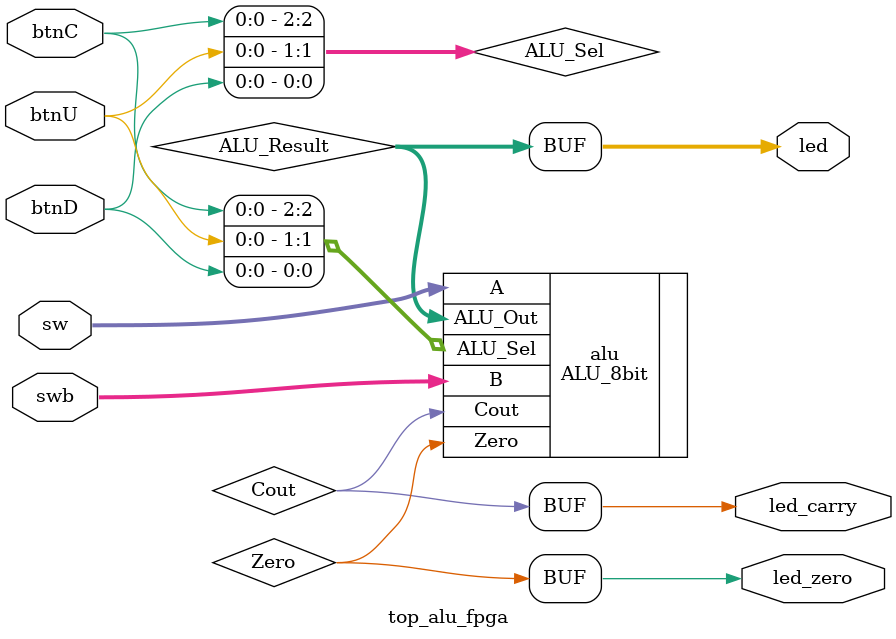
<source format=v>
module top_alu_fpga (
    input [7:0] sw,          // Switches 0-7 para A
    input [15:8] swb,        // Switches 8-15 para B
    input btnC, btnU, btnD,  // Botones para ALU_Sel
    output [7:0] led,        // LEDs para resultado
    output led_zero,         // LED para Zero
    output led_carry         // LED para Cout
);
    // Selección de operación
    wire [2:0] ALU_Sel = {btnC, btnU, btnD};
    
    // Conexión a la ALU
    wire [7:0] ALU_Result;
    wire Zero, Cout;
    
    ALU_8bit alu (
        .A(sw),
        .B(swb),
        .ALU_Sel(ALU_Sel),
        .ALU_Out(ALU_Result),
        .Zero(Zero),
        .Cout(Cout)
    );
    
    // Asignación de salidas
    assign led = ALU_Result;
    assign led_zero = Zero;
    assign led_carry = Cout;
endmodule

</source>
